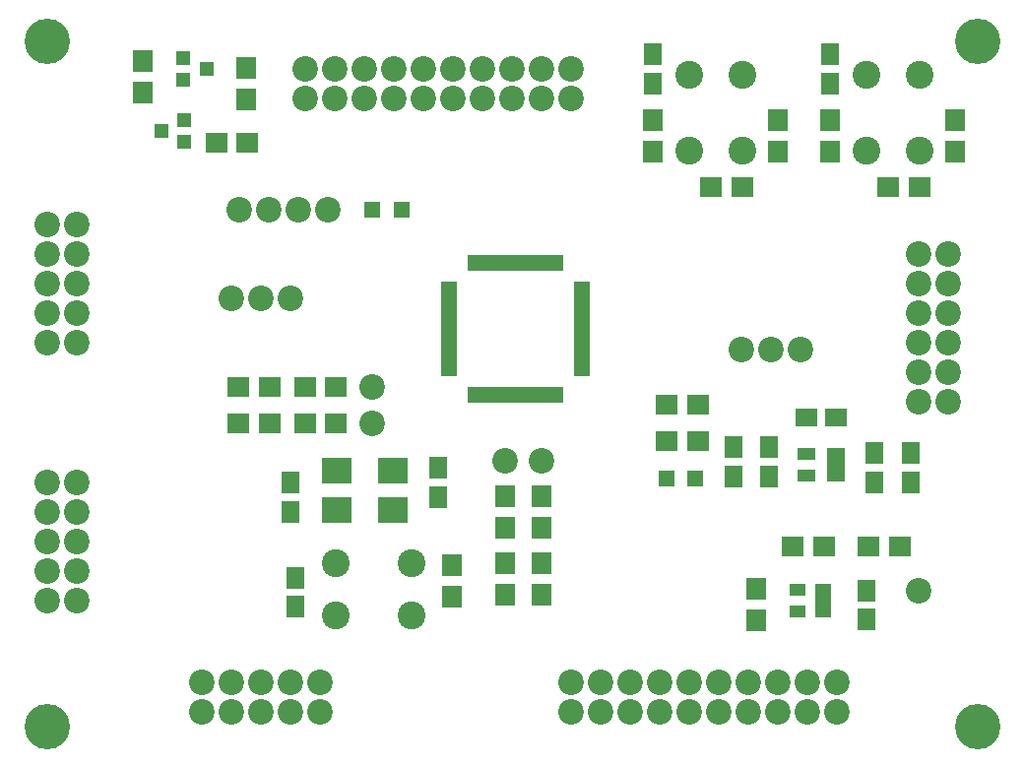
<source format=gbr>
G04 #@! TF.FileFunction,Soldermask,Top*
%FSLAX46Y46*%
G04 Gerber Fmt 4.6, Leading zero omitted, Abs format (unit mm)*
G04 Created by KiCad (PCBNEW 4.0.7) date 05/24/18 15:50:37*
%MOMM*%
%LPD*%
G01*
G04 APERTURE LIST*
%ADD10C,0.100000*%
%ADD11C,2.400000*%
%ADD12R,1.300000X1.200000*%
%ADD13R,1.650000X1.900000*%
%ADD14R,1.900000X1.650000*%
%ADD15R,1.400000X1.400000*%
%ADD16R,1.900000X1.700000*%
%ADD17R,1.700000X1.900000*%
%ADD18C,2.200000*%
%ADD19R,1.460000X1.050000*%
%ADD20R,1.620000X1.050000*%
%ADD21R,0.650000X1.400000*%
%ADD22R,1.400000X0.650000*%
%ADD23R,2.650000X2.200000*%
%ADD24C,3.900000*%
G04 APERTURE END LIST*
D10*
D11*
X81325000Y-105405000D03*
X81325000Y-100905000D03*
X87825000Y-105405000D03*
X87825000Y-100905000D03*
D12*
X68215000Y-57470000D03*
X68215000Y-59370000D03*
X70215000Y-58420000D03*
D13*
X123825000Y-59670000D03*
X123825000Y-57170000D03*
X77825000Y-102155000D03*
X77825000Y-104655000D03*
X127000000Y-103250000D03*
X127000000Y-105750000D03*
X108585000Y-59670000D03*
X108585000Y-57170000D03*
X130810000Y-91460000D03*
X130810000Y-93960000D03*
X127635000Y-91460000D03*
X127635000Y-93960000D03*
D14*
X121813000Y-88392000D03*
X124313000Y-88392000D03*
D13*
X118618000Y-93452000D03*
X118618000Y-90952000D03*
X115570000Y-93452000D03*
X115570000Y-90952000D03*
X77470000Y-94000000D03*
X77470000Y-96500000D03*
X90170000Y-95230000D03*
X90170000Y-92730000D03*
D15*
X86975000Y-70485000D03*
X84475000Y-70485000D03*
X109748000Y-93599000D03*
X112248000Y-93599000D03*
D16*
X109775000Y-87249000D03*
X112475000Y-87249000D03*
D17*
X95885000Y-103585000D03*
X95885000Y-100885000D03*
X99060000Y-103585000D03*
X99060000Y-100885000D03*
D16*
X72945000Y-88900000D03*
X75645000Y-88900000D03*
X72945000Y-85725000D03*
X75645000Y-85725000D03*
D18*
X75565000Y-70485000D03*
X73025000Y-70485000D03*
X78105000Y-70485000D03*
X80645000Y-70485000D03*
X124460000Y-111125000D03*
X124460000Y-113665000D03*
X121920000Y-111125000D03*
X121920000Y-113665000D03*
X119380000Y-111125000D03*
X119380000Y-113665000D03*
X116840000Y-111125000D03*
X116840000Y-113665000D03*
X114300000Y-111125000D03*
X114300000Y-113665000D03*
X111760000Y-111125000D03*
X111760000Y-113665000D03*
X109220000Y-111125000D03*
X109220000Y-113665000D03*
X106680000Y-111125000D03*
X106680000Y-113665000D03*
X104140000Y-111125000D03*
X104140000Y-113665000D03*
X101600000Y-111125000D03*
X101600000Y-113665000D03*
X88900000Y-60960000D03*
X86360000Y-60960000D03*
X83820000Y-60960000D03*
X83820000Y-58420000D03*
X86360000Y-58420000D03*
X88900000Y-58420000D03*
X81280000Y-58420000D03*
X81280000Y-60960000D03*
X78740000Y-60960000D03*
X78740000Y-58420000D03*
X91440000Y-58420000D03*
X91440000Y-60960000D03*
X93980000Y-60960000D03*
X93980000Y-58420000D03*
X101600000Y-58420000D03*
X99060000Y-58420000D03*
X96520000Y-58420000D03*
X96520000Y-60960000D03*
X99060000Y-60960000D03*
X101600000Y-60960000D03*
X95885000Y-92075000D03*
X99060000Y-92075000D03*
X84455000Y-88900000D03*
X84455000Y-85725000D03*
X56515000Y-93980000D03*
X59055000Y-93980000D03*
X59055000Y-104140000D03*
X56515000Y-104140000D03*
X59055000Y-101600000D03*
X56515000Y-101600000D03*
X59055000Y-99060000D03*
X56515000Y-99060000D03*
X59055000Y-96520000D03*
X56515000Y-96520000D03*
X131445000Y-79375000D03*
X131445000Y-76835000D03*
X131445000Y-74295000D03*
X133985000Y-74295000D03*
X133985000Y-76835000D03*
X133985000Y-79375000D03*
X133985000Y-86995000D03*
X133985000Y-84455000D03*
X133985000Y-81915000D03*
X131445000Y-81915000D03*
X131445000Y-84455000D03*
X131445000Y-86995000D03*
X56515000Y-71755000D03*
X59055000Y-71755000D03*
X59055000Y-81915000D03*
X56515000Y-81915000D03*
X59055000Y-79375000D03*
X56515000Y-79375000D03*
X59055000Y-76835000D03*
X56515000Y-76835000D03*
X59055000Y-74295000D03*
X56515000Y-74295000D03*
X69850000Y-113665000D03*
X69850000Y-111125000D03*
X80010000Y-111125000D03*
X80010000Y-113665000D03*
X77470000Y-111125000D03*
X77470000Y-113665000D03*
X74930000Y-111125000D03*
X74930000Y-113665000D03*
X72390000Y-111125000D03*
X72390000Y-113665000D03*
X77470000Y-78105000D03*
X74930000Y-78105000D03*
X72390000Y-78105000D03*
X121285000Y-82550000D03*
X118745000Y-82550000D03*
X116205000Y-82550000D03*
D12*
X68310000Y-64704000D03*
X68310000Y-62804000D03*
X66310000Y-63754000D03*
D16*
X131525000Y-68580000D03*
X128825000Y-68580000D03*
X127150000Y-99500000D03*
X129850000Y-99500000D03*
X123350000Y-99500000D03*
X120650000Y-99500000D03*
D17*
X117500000Y-103150000D03*
X117500000Y-105850000D03*
X123825000Y-65485000D03*
X123825000Y-62785000D03*
X134620000Y-65485000D03*
X134620000Y-62785000D03*
X91325000Y-103755000D03*
X91325000Y-101055000D03*
D16*
X116285000Y-68580000D03*
X113585000Y-68580000D03*
D17*
X108585000Y-65485000D03*
X108585000Y-62785000D03*
X119380000Y-65485000D03*
X119380000Y-62785000D03*
D16*
X109775000Y-90424000D03*
X112475000Y-90424000D03*
D17*
X95885000Y-95170000D03*
X95885000Y-97870000D03*
X99060000Y-95170000D03*
X99060000Y-97870000D03*
D16*
X81360000Y-88900000D03*
X78660000Y-88900000D03*
X81360000Y-85725000D03*
X78660000Y-85725000D03*
X71040000Y-64770000D03*
X73740000Y-64770000D03*
D17*
X64770000Y-57705000D03*
X64770000Y-60405000D03*
X73660000Y-58340000D03*
X73660000Y-61040000D03*
D11*
X131500000Y-65405000D03*
X127000000Y-65405000D03*
X131500000Y-58905000D03*
X127000000Y-58905000D03*
X116260000Y-65405000D03*
X111760000Y-65405000D03*
X116260000Y-58905000D03*
X111760000Y-58905000D03*
D19*
X123255000Y-105065000D03*
X123255000Y-104115000D03*
X123255000Y-103165000D03*
X121055000Y-103165000D03*
X121055000Y-105065000D03*
D20*
X124373000Y-93406000D03*
X124373000Y-92456000D03*
X124373000Y-91506000D03*
X121753000Y-91506000D03*
X121753000Y-93406000D03*
D21*
X93020000Y-86456000D03*
X93520000Y-86456000D03*
X94020000Y-86456000D03*
X94520000Y-86456000D03*
X95020000Y-86456000D03*
X95520000Y-86456000D03*
X96020000Y-86456000D03*
X96520000Y-86456000D03*
X97020000Y-86456000D03*
X97520000Y-86456000D03*
X98020000Y-86456000D03*
X98520000Y-86456000D03*
X99020000Y-86456000D03*
X99520000Y-86456000D03*
X100020000Y-86456000D03*
X100520000Y-86456000D03*
D22*
X102470000Y-84506000D03*
X102470000Y-84006000D03*
X102470000Y-83506000D03*
X102470000Y-83006000D03*
X102470000Y-82506000D03*
X102470000Y-82006000D03*
X102470000Y-81506000D03*
X102470000Y-81006000D03*
X102470000Y-80506000D03*
X102470000Y-80006000D03*
X102470000Y-79506000D03*
X102470000Y-79006000D03*
X102470000Y-78506000D03*
X102470000Y-78006000D03*
X102470000Y-77506000D03*
X102470000Y-77006000D03*
D21*
X100520000Y-75056000D03*
X100020000Y-75056000D03*
X99520000Y-75056000D03*
X99020000Y-75056000D03*
X98520000Y-75056000D03*
X98020000Y-75056000D03*
X97520000Y-75056000D03*
X97020000Y-75056000D03*
X96520000Y-75056000D03*
X96020000Y-75056000D03*
X95520000Y-75056000D03*
X95020000Y-75056000D03*
X94520000Y-75056000D03*
X94020000Y-75056000D03*
X93520000Y-75056000D03*
X93020000Y-75056000D03*
D22*
X91070000Y-77006000D03*
X91070000Y-77506000D03*
X91070000Y-78006000D03*
X91070000Y-78506000D03*
X91070000Y-79006000D03*
X91070000Y-79506000D03*
X91070000Y-80006000D03*
X91070000Y-80506000D03*
X91070000Y-81006000D03*
X91070000Y-81506000D03*
X91070000Y-82006000D03*
X91070000Y-82506000D03*
X91070000Y-83006000D03*
X91070000Y-83506000D03*
X91070000Y-84006000D03*
X91070000Y-84506000D03*
D23*
X81395000Y-96315000D03*
X86245000Y-96315000D03*
X86245000Y-92915000D03*
X81395000Y-92915000D03*
D18*
X131445000Y-103251000D03*
D24*
X136500000Y-56000000D03*
X56500000Y-56000000D03*
X136500000Y-115000000D03*
X56500000Y-115000000D03*
M02*

</source>
